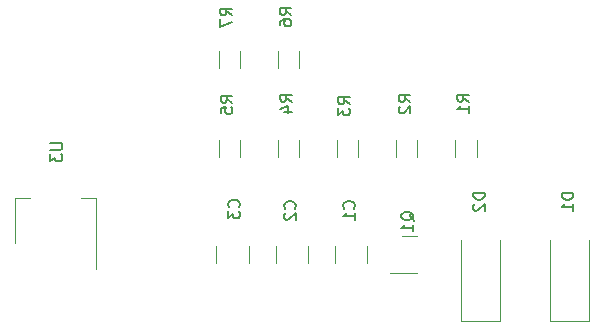
<source format=gbr>
%TF.GenerationSoftware,KiCad,Pcbnew,(6.99.0-3325-gcb6b2da55f)*%
%TF.CreationDate,2023-05-02T13:50:11+02:00*%
%TF.ProjectId,ac-control,61632d63-6f6e-4747-926f-6c2e6b696361,V1.0.0*%
%TF.SameCoordinates,Original*%
%TF.FileFunction,Legend,Bot*%
%TF.FilePolarity,Positive*%
%FSLAX46Y46*%
G04 Gerber Fmt 4.6, Leading zero omitted, Abs format (unit mm)*
G04 Created by KiCad (PCBNEW (6.99.0-3325-gcb6b2da55f)) date 2023-05-02 13:50:11*
%MOMM*%
%LPD*%
G01*
G04 APERTURE LIST*
%ADD10C,0.150000*%
%ADD11C,0.120000*%
G04 APERTURE END LIST*
D10*
%TO.C,C3*%
X118022142Y-109473333D02*
X118069761Y-109425714D01*
X118069761Y-109425714D02*
X118117380Y-109282857D01*
X118117380Y-109282857D02*
X118117380Y-109187619D01*
X118117380Y-109187619D02*
X118069761Y-109044762D01*
X118069761Y-109044762D02*
X117974523Y-108949524D01*
X117974523Y-108949524D02*
X117879285Y-108901905D01*
X117879285Y-108901905D02*
X117688809Y-108854286D01*
X117688809Y-108854286D02*
X117545952Y-108854286D01*
X117545952Y-108854286D02*
X117355476Y-108901905D01*
X117355476Y-108901905D02*
X117260238Y-108949524D01*
X117260238Y-108949524D02*
X117165000Y-109044762D01*
X117165000Y-109044762D02*
X117117380Y-109187619D01*
X117117380Y-109187619D02*
X117117380Y-109282857D01*
X117117380Y-109282857D02*
X117165000Y-109425714D01*
X117165000Y-109425714D02*
X117212619Y-109473333D01*
X117117380Y-109806667D02*
X117117380Y-110425714D01*
X117117380Y-110425714D02*
X117498333Y-110092381D01*
X117498333Y-110092381D02*
X117498333Y-110235238D01*
X117498333Y-110235238D02*
X117545952Y-110330476D01*
X117545952Y-110330476D02*
X117593571Y-110378095D01*
X117593571Y-110378095D02*
X117688809Y-110425714D01*
X117688809Y-110425714D02*
X117926904Y-110425714D01*
X117926904Y-110425714D02*
X118022142Y-110378095D01*
X118022142Y-110378095D02*
X118069761Y-110330476D01*
X118069761Y-110330476D02*
X118117380Y-110235238D01*
X118117380Y-110235238D02*
X118117380Y-109949524D01*
X118117380Y-109949524D02*
X118069761Y-109854286D01*
X118069761Y-109854286D02*
X118022142Y-109806667D01*
%TO.C,U3*%
X102077380Y-104038095D02*
X102886904Y-104038095D01*
X102886904Y-104038095D02*
X102982142Y-104085714D01*
X102982142Y-104085714D02*
X103029761Y-104133333D01*
X103029761Y-104133333D02*
X103077380Y-104228571D01*
X103077380Y-104228571D02*
X103077380Y-104419047D01*
X103077380Y-104419047D02*
X103029761Y-104514285D01*
X103029761Y-104514285D02*
X102982142Y-104561904D01*
X102982142Y-104561904D02*
X102886904Y-104609523D01*
X102886904Y-104609523D02*
X102077380Y-104609523D01*
X102077380Y-104990476D02*
X102077380Y-105609523D01*
X102077380Y-105609523D02*
X102458333Y-105276190D01*
X102458333Y-105276190D02*
X102458333Y-105419047D01*
X102458333Y-105419047D02*
X102505952Y-105514285D01*
X102505952Y-105514285D02*
X102553571Y-105561904D01*
X102553571Y-105561904D02*
X102648809Y-105609523D01*
X102648809Y-105609523D02*
X102886904Y-105609523D01*
X102886904Y-105609523D02*
X102982142Y-105561904D01*
X102982142Y-105561904D02*
X103029761Y-105514285D01*
X103029761Y-105514285D02*
X103077380Y-105419047D01*
X103077380Y-105419047D02*
X103077380Y-105133333D01*
X103077380Y-105133333D02*
X103029761Y-105038095D01*
X103029761Y-105038095D02*
X102982142Y-104990476D01*
%TO.C,C1*%
X127762142Y-109593333D02*
X127809761Y-109545714D01*
X127809761Y-109545714D02*
X127857380Y-109402857D01*
X127857380Y-109402857D02*
X127857380Y-109307619D01*
X127857380Y-109307619D02*
X127809761Y-109164762D01*
X127809761Y-109164762D02*
X127714523Y-109069524D01*
X127714523Y-109069524D02*
X127619285Y-109021905D01*
X127619285Y-109021905D02*
X127428809Y-108974286D01*
X127428809Y-108974286D02*
X127285952Y-108974286D01*
X127285952Y-108974286D02*
X127095476Y-109021905D01*
X127095476Y-109021905D02*
X127000238Y-109069524D01*
X127000238Y-109069524D02*
X126905000Y-109164762D01*
X126905000Y-109164762D02*
X126857380Y-109307619D01*
X126857380Y-109307619D02*
X126857380Y-109402857D01*
X126857380Y-109402857D02*
X126905000Y-109545714D01*
X126905000Y-109545714D02*
X126952619Y-109593333D01*
X127857380Y-110545714D02*
X127857380Y-109974286D01*
X127857380Y-110260000D02*
X126857380Y-110260000D01*
X126857380Y-110260000D02*
X127000238Y-110164762D01*
X127000238Y-110164762D02*
X127095476Y-110069524D01*
X127095476Y-110069524D02*
X127143095Y-109974286D01*
%TO.C,D1*%
X146367380Y-108261905D02*
X145367380Y-108261905D01*
X145367380Y-108261905D02*
X145367380Y-108500000D01*
X145367380Y-108500000D02*
X145415000Y-108642857D01*
X145415000Y-108642857D02*
X145510238Y-108738095D01*
X145510238Y-108738095D02*
X145605476Y-108785714D01*
X145605476Y-108785714D02*
X145795952Y-108833333D01*
X145795952Y-108833333D02*
X145938809Y-108833333D01*
X145938809Y-108833333D02*
X146129285Y-108785714D01*
X146129285Y-108785714D02*
X146224523Y-108738095D01*
X146224523Y-108738095D02*
X146319761Y-108642857D01*
X146319761Y-108642857D02*
X146367380Y-108500000D01*
X146367380Y-108500000D02*
X146367380Y-108261905D01*
X146367380Y-109785714D02*
X146367380Y-109214286D01*
X146367380Y-109500000D02*
X145367380Y-109500000D01*
X145367380Y-109500000D02*
X145510238Y-109404762D01*
X145510238Y-109404762D02*
X145605476Y-109309524D01*
X145605476Y-109309524D02*
X145653095Y-109214286D01*
%TO.C,C2*%
X122762142Y-109603333D02*
X122809761Y-109555714D01*
X122809761Y-109555714D02*
X122857380Y-109412857D01*
X122857380Y-109412857D02*
X122857380Y-109317619D01*
X122857380Y-109317619D02*
X122809761Y-109174762D01*
X122809761Y-109174762D02*
X122714523Y-109079524D01*
X122714523Y-109079524D02*
X122619285Y-109031905D01*
X122619285Y-109031905D02*
X122428809Y-108984286D01*
X122428809Y-108984286D02*
X122285952Y-108984286D01*
X122285952Y-108984286D02*
X122095476Y-109031905D01*
X122095476Y-109031905D02*
X122000238Y-109079524D01*
X122000238Y-109079524D02*
X121905000Y-109174762D01*
X121905000Y-109174762D02*
X121857380Y-109317619D01*
X121857380Y-109317619D02*
X121857380Y-109412857D01*
X121857380Y-109412857D02*
X121905000Y-109555714D01*
X121905000Y-109555714D02*
X121952619Y-109603333D01*
X121952619Y-109984286D02*
X121905000Y-110031905D01*
X121905000Y-110031905D02*
X121857380Y-110127143D01*
X121857380Y-110127143D02*
X121857380Y-110365238D01*
X121857380Y-110365238D02*
X121905000Y-110460476D01*
X121905000Y-110460476D02*
X121952619Y-110508095D01*
X121952619Y-110508095D02*
X122047857Y-110555714D01*
X122047857Y-110555714D02*
X122143095Y-110555714D01*
X122143095Y-110555714D02*
X122285952Y-110508095D01*
X122285952Y-110508095D02*
X122857380Y-109936667D01*
X122857380Y-109936667D02*
X122857380Y-110555714D01*
%TO.C,R2*%
X132557380Y-100573333D02*
X132081190Y-100240000D01*
X132557380Y-100001905D02*
X131557380Y-100001905D01*
X131557380Y-100001905D02*
X131557380Y-100382857D01*
X131557380Y-100382857D02*
X131605000Y-100478095D01*
X131605000Y-100478095D02*
X131652619Y-100525714D01*
X131652619Y-100525714D02*
X131747857Y-100573333D01*
X131747857Y-100573333D02*
X131890714Y-100573333D01*
X131890714Y-100573333D02*
X131985952Y-100525714D01*
X131985952Y-100525714D02*
X132033571Y-100478095D01*
X132033571Y-100478095D02*
X132081190Y-100382857D01*
X132081190Y-100382857D02*
X132081190Y-100001905D01*
X131652619Y-100954286D02*
X131605000Y-101001905D01*
X131605000Y-101001905D02*
X131557380Y-101097143D01*
X131557380Y-101097143D02*
X131557380Y-101335238D01*
X131557380Y-101335238D02*
X131605000Y-101430476D01*
X131605000Y-101430476D02*
X131652619Y-101478095D01*
X131652619Y-101478095D02*
X131747857Y-101525714D01*
X131747857Y-101525714D02*
X131843095Y-101525714D01*
X131843095Y-101525714D02*
X131985952Y-101478095D01*
X131985952Y-101478095D02*
X132557380Y-100906667D01*
X132557380Y-100906667D02*
X132557380Y-101525714D01*
%TO.C,R3*%
X127447380Y-100753333D02*
X126971190Y-100420000D01*
X127447380Y-100181905D02*
X126447380Y-100181905D01*
X126447380Y-100181905D02*
X126447380Y-100562857D01*
X126447380Y-100562857D02*
X126495000Y-100658095D01*
X126495000Y-100658095D02*
X126542619Y-100705714D01*
X126542619Y-100705714D02*
X126637857Y-100753333D01*
X126637857Y-100753333D02*
X126780714Y-100753333D01*
X126780714Y-100753333D02*
X126875952Y-100705714D01*
X126875952Y-100705714D02*
X126923571Y-100658095D01*
X126923571Y-100658095D02*
X126971190Y-100562857D01*
X126971190Y-100562857D02*
X126971190Y-100181905D01*
X126447380Y-101086667D02*
X126447380Y-101705714D01*
X126447380Y-101705714D02*
X126828333Y-101372381D01*
X126828333Y-101372381D02*
X126828333Y-101515238D01*
X126828333Y-101515238D02*
X126875952Y-101610476D01*
X126875952Y-101610476D02*
X126923571Y-101658095D01*
X126923571Y-101658095D02*
X127018809Y-101705714D01*
X127018809Y-101705714D02*
X127256904Y-101705714D01*
X127256904Y-101705714D02*
X127352142Y-101658095D01*
X127352142Y-101658095D02*
X127399761Y-101610476D01*
X127399761Y-101610476D02*
X127447380Y-101515238D01*
X127447380Y-101515238D02*
X127447380Y-101229524D01*
X127447380Y-101229524D02*
X127399761Y-101134286D01*
X127399761Y-101134286D02*
X127352142Y-101086667D01*
%TO.C,Q1*%
X132862619Y-110614761D02*
X132815000Y-110519523D01*
X132815000Y-110519523D02*
X132719761Y-110424285D01*
X132719761Y-110424285D02*
X132576904Y-110281428D01*
X132576904Y-110281428D02*
X132529285Y-110186190D01*
X132529285Y-110186190D02*
X132529285Y-110090952D01*
X132767380Y-110138571D02*
X132719761Y-110043333D01*
X132719761Y-110043333D02*
X132624523Y-109948095D01*
X132624523Y-109948095D02*
X132434047Y-109900476D01*
X132434047Y-109900476D02*
X132100714Y-109900476D01*
X132100714Y-109900476D02*
X131910238Y-109948095D01*
X131910238Y-109948095D02*
X131815000Y-110043333D01*
X131815000Y-110043333D02*
X131767380Y-110138571D01*
X131767380Y-110138571D02*
X131767380Y-110329047D01*
X131767380Y-110329047D02*
X131815000Y-110424285D01*
X131815000Y-110424285D02*
X131910238Y-110519523D01*
X131910238Y-110519523D02*
X132100714Y-110567142D01*
X132100714Y-110567142D02*
X132434047Y-110567142D01*
X132434047Y-110567142D02*
X132624523Y-110519523D01*
X132624523Y-110519523D02*
X132719761Y-110424285D01*
X132719761Y-110424285D02*
X132767380Y-110329047D01*
X132767380Y-110329047D02*
X132767380Y-110138571D01*
X132767380Y-111519523D02*
X132767380Y-110948095D01*
X132767380Y-111233809D02*
X131767380Y-111233809D01*
X131767380Y-111233809D02*
X131910238Y-111138571D01*
X131910238Y-111138571D02*
X132005476Y-111043333D01*
X132005476Y-111043333D02*
X132053095Y-110948095D01*
%TO.C,R1*%
X137527380Y-100533333D02*
X137051190Y-100200000D01*
X137527380Y-99961905D02*
X136527380Y-99961905D01*
X136527380Y-99961905D02*
X136527380Y-100342857D01*
X136527380Y-100342857D02*
X136575000Y-100438095D01*
X136575000Y-100438095D02*
X136622619Y-100485714D01*
X136622619Y-100485714D02*
X136717857Y-100533333D01*
X136717857Y-100533333D02*
X136860714Y-100533333D01*
X136860714Y-100533333D02*
X136955952Y-100485714D01*
X136955952Y-100485714D02*
X137003571Y-100438095D01*
X137003571Y-100438095D02*
X137051190Y-100342857D01*
X137051190Y-100342857D02*
X137051190Y-99961905D01*
X137527380Y-101485714D02*
X137527380Y-100914286D01*
X137527380Y-101200000D02*
X136527380Y-101200000D01*
X136527380Y-101200000D02*
X136670238Y-101104762D01*
X136670238Y-101104762D02*
X136765476Y-101009524D01*
X136765476Y-101009524D02*
X136813095Y-100914286D01*
%TO.C,R6*%
X122487380Y-93203333D02*
X122011190Y-92870000D01*
X122487380Y-92631905D02*
X121487380Y-92631905D01*
X121487380Y-92631905D02*
X121487380Y-93012857D01*
X121487380Y-93012857D02*
X121535000Y-93108095D01*
X121535000Y-93108095D02*
X121582619Y-93155714D01*
X121582619Y-93155714D02*
X121677857Y-93203333D01*
X121677857Y-93203333D02*
X121820714Y-93203333D01*
X121820714Y-93203333D02*
X121915952Y-93155714D01*
X121915952Y-93155714D02*
X121963571Y-93108095D01*
X121963571Y-93108095D02*
X122011190Y-93012857D01*
X122011190Y-93012857D02*
X122011190Y-92631905D01*
X121487380Y-94060476D02*
X121487380Y-93870000D01*
X121487380Y-93870000D02*
X121535000Y-93774762D01*
X121535000Y-93774762D02*
X121582619Y-93727143D01*
X121582619Y-93727143D02*
X121725476Y-93631905D01*
X121725476Y-93631905D02*
X121915952Y-93584286D01*
X121915952Y-93584286D02*
X122296904Y-93584286D01*
X122296904Y-93584286D02*
X122392142Y-93631905D01*
X122392142Y-93631905D02*
X122439761Y-93679524D01*
X122439761Y-93679524D02*
X122487380Y-93774762D01*
X122487380Y-93774762D02*
X122487380Y-93965238D01*
X122487380Y-93965238D02*
X122439761Y-94060476D01*
X122439761Y-94060476D02*
X122392142Y-94108095D01*
X122392142Y-94108095D02*
X122296904Y-94155714D01*
X122296904Y-94155714D02*
X122058809Y-94155714D01*
X122058809Y-94155714D02*
X121963571Y-94108095D01*
X121963571Y-94108095D02*
X121915952Y-94060476D01*
X121915952Y-94060476D02*
X121868333Y-93965238D01*
X121868333Y-93965238D02*
X121868333Y-93774762D01*
X121868333Y-93774762D02*
X121915952Y-93679524D01*
X121915952Y-93679524D02*
X121963571Y-93631905D01*
X121963571Y-93631905D02*
X122058809Y-93584286D01*
%TO.C,D2*%
X138867380Y-108261905D02*
X137867380Y-108261905D01*
X137867380Y-108261905D02*
X137867380Y-108500000D01*
X137867380Y-108500000D02*
X137915000Y-108642857D01*
X137915000Y-108642857D02*
X138010238Y-108738095D01*
X138010238Y-108738095D02*
X138105476Y-108785714D01*
X138105476Y-108785714D02*
X138295952Y-108833333D01*
X138295952Y-108833333D02*
X138438809Y-108833333D01*
X138438809Y-108833333D02*
X138629285Y-108785714D01*
X138629285Y-108785714D02*
X138724523Y-108738095D01*
X138724523Y-108738095D02*
X138819761Y-108642857D01*
X138819761Y-108642857D02*
X138867380Y-108500000D01*
X138867380Y-108500000D02*
X138867380Y-108261905D01*
X137962619Y-109214286D02*
X137915000Y-109261905D01*
X137915000Y-109261905D02*
X137867380Y-109357143D01*
X137867380Y-109357143D02*
X137867380Y-109595238D01*
X137867380Y-109595238D02*
X137915000Y-109690476D01*
X137915000Y-109690476D02*
X137962619Y-109738095D01*
X137962619Y-109738095D02*
X138057857Y-109785714D01*
X138057857Y-109785714D02*
X138153095Y-109785714D01*
X138153095Y-109785714D02*
X138295952Y-109738095D01*
X138295952Y-109738095D02*
X138867380Y-109166667D01*
X138867380Y-109166667D02*
X138867380Y-109785714D01*
%TO.C,R7*%
X117447380Y-93243333D02*
X116971190Y-92910000D01*
X117447380Y-92671905D02*
X116447380Y-92671905D01*
X116447380Y-92671905D02*
X116447380Y-93052857D01*
X116447380Y-93052857D02*
X116495000Y-93148095D01*
X116495000Y-93148095D02*
X116542619Y-93195714D01*
X116542619Y-93195714D02*
X116637857Y-93243333D01*
X116637857Y-93243333D02*
X116780714Y-93243333D01*
X116780714Y-93243333D02*
X116875952Y-93195714D01*
X116875952Y-93195714D02*
X116923571Y-93148095D01*
X116923571Y-93148095D02*
X116971190Y-93052857D01*
X116971190Y-93052857D02*
X116971190Y-92671905D01*
X116447380Y-93576667D02*
X116447380Y-94243333D01*
X116447380Y-94243333D02*
X117447380Y-93814762D01*
%TO.C,R4*%
X122527380Y-100533333D02*
X122051190Y-100200000D01*
X122527380Y-99961905D02*
X121527380Y-99961905D01*
X121527380Y-99961905D02*
X121527380Y-100342857D01*
X121527380Y-100342857D02*
X121575000Y-100438095D01*
X121575000Y-100438095D02*
X121622619Y-100485714D01*
X121622619Y-100485714D02*
X121717857Y-100533333D01*
X121717857Y-100533333D02*
X121860714Y-100533333D01*
X121860714Y-100533333D02*
X121955952Y-100485714D01*
X121955952Y-100485714D02*
X122003571Y-100438095D01*
X122003571Y-100438095D02*
X122051190Y-100342857D01*
X122051190Y-100342857D02*
X122051190Y-99961905D01*
X121860714Y-101390476D02*
X122527380Y-101390476D01*
X121479761Y-101152381D02*
X122194047Y-100914286D01*
X122194047Y-100914286D02*
X122194047Y-101533333D01*
%TO.C,R5*%
X117487380Y-100623333D02*
X117011190Y-100290000D01*
X117487380Y-100051905D02*
X116487380Y-100051905D01*
X116487380Y-100051905D02*
X116487380Y-100432857D01*
X116487380Y-100432857D02*
X116535000Y-100528095D01*
X116535000Y-100528095D02*
X116582619Y-100575714D01*
X116582619Y-100575714D02*
X116677857Y-100623333D01*
X116677857Y-100623333D02*
X116820714Y-100623333D01*
X116820714Y-100623333D02*
X116915952Y-100575714D01*
X116915952Y-100575714D02*
X116963571Y-100528095D01*
X116963571Y-100528095D02*
X117011190Y-100432857D01*
X117011190Y-100432857D02*
X117011190Y-100051905D01*
X116487380Y-101528095D02*
X116487380Y-101051905D01*
X116487380Y-101051905D02*
X116963571Y-101004286D01*
X116963571Y-101004286D02*
X116915952Y-101051905D01*
X116915952Y-101051905D02*
X116868333Y-101147143D01*
X116868333Y-101147143D02*
X116868333Y-101385238D01*
X116868333Y-101385238D02*
X116915952Y-101480476D01*
X116915952Y-101480476D02*
X116963571Y-101528095D01*
X116963571Y-101528095D02*
X117058809Y-101575714D01*
X117058809Y-101575714D02*
X117296904Y-101575714D01*
X117296904Y-101575714D02*
X117392142Y-101528095D01*
X117392142Y-101528095D02*
X117439761Y-101480476D01*
X117439761Y-101480476D02*
X117487380Y-101385238D01*
X117487380Y-101385238D02*
X117487380Y-101147143D01*
X117487380Y-101147143D02*
X117439761Y-101051905D01*
X117439761Y-101051905D02*
X117392142Y-101004286D01*
D11*
%TO.C,C3*%
X118860000Y-114211252D02*
X118860000Y-112788748D01*
X116140000Y-114211252D02*
X116140000Y-112788748D01*
%TO.C,U3*%
X105910000Y-114750000D02*
X105910000Y-108740000D01*
X99090000Y-112500000D02*
X99090000Y-108740000D01*
X105910000Y-108740000D02*
X104650000Y-108740000D01*
X99090000Y-108740000D02*
X100350000Y-108740000D01*
%TO.C,C1*%
X126140000Y-112788748D02*
X126140000Y-114211252D01*
X128860000Y-112788748D02*
X128860000Y-114211252D01*
%TO.C,D1*%
X147650000Y-119150000D02*
X144350000Y-119150000D01*
X147650000Y-119150000D02*
X147650000Y-112250000D01*
X144350000Y-119150000D02*
X144350000Y-112250000D01*
%TO.C,C2*%
X123860000Y-114211252D02*
X123860000Y-112788748D01*
X121140000Y-114211252D02*
X121140000Y-112788748D01*
%TO.C,R2*%
X131340000Y-105227064D02*
X131340000Y-103772936D01*
X133160000Y-105227064D02*
X133160000Y-103772936D01*
%TO.C,R3*%
X126340000Y-105227064D02*
X126340000Y-103772936D01*
X128160000Y-105227064D02*
X128160000Y-103772936D01*
%TO.C,Q1*%
X132500000Y-111940000D02*
X131850000Y-111940000D01*
X132500000Y-111940000D02*
X133150000Y-111940000D01*
X132500000Y-115060000D02*
X130825000Y-115060000D01*
X132500000Y-115060000D02*
X133150000Y-115060000D01*
%TO.C,R1*%
X136340000Y-105227064D02*
X136340000Y-103772936D01*
X138160000Y-105227064D02*
X138160000Y-103772936D01*
%TO.C,R6*%
X123160000Y-97727064D02*
X123160000Y-96272936D01*
X121340000Y-97727064D02*
X121340000Y-96272936D01*
%TO.C,D2*%
X136850000Y-119150000D02*
X136850000Y-112250000D01*
X140150000Y-119150000D02*
X136850000Y-119150000D01*
X140150000Y-119150000D02*
X140150000Y-112250000D01*
%TO.C,R7*%
X116340000Y-96272936D02*
X116340000Y-97727064D01*
X118160000Y-96272936D02*
X118160000Y-97727064D01*
%TO.C,R4*%
X123160000Y-105227064D02*
X123160000Y-103772936D01*
X121340000Y-105227064D02*
X121340000Y-103772936D01*
%TO.C,R5*%
X118160000Y-105227064D02*
X118160000Y-103772936D01*
X116340000Y-105227064D02*
X116340000Y-103772936D01*
%TD*%
M02*

</source>
